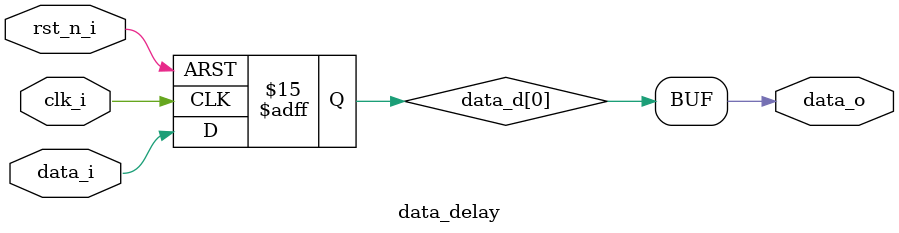
<source format=sv>
/*
 * edge_detect.sv
 *
 *  Created on: 2024-12-01 
 *      Author: 
 */

module data_delay #(
    parameter N = 1
) (
    input logic clk_i,
    input logic rst_n_i,

    input logic data_i,

    output logic data_o
);

logic data_d[N];

assign data_o = data_d[N-1];

always_ff @(posedge clk_i or negedge rst_n_i)
begin
    if (!rst_n_i) begin
        for (integer i=0; i<N; i++) begin
            data_d[i] <= 1'b0;
        end
    end else begin
        for (integer i=1; i<N; i++) begin
            data_d[i] <= data_d[i-1];
        end

        data_d[0] <= data_i;
    end
end

endmodule

</source>
